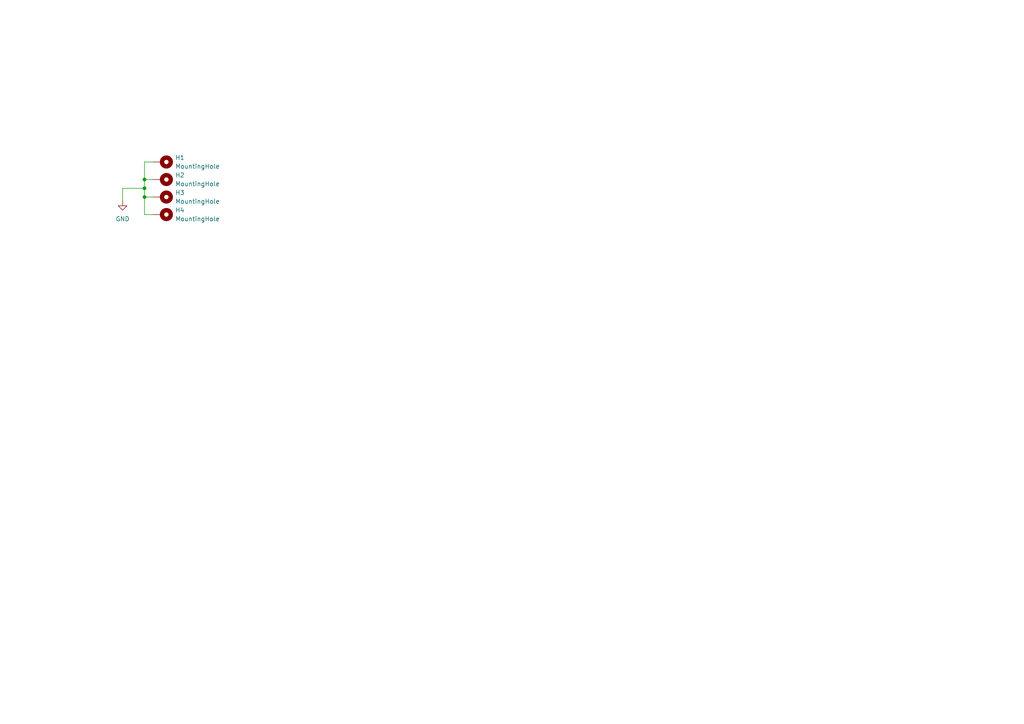
<source format=kicad_sch>
(kicad_sch (version 20211123) (generator eeschema)
  (paper "A4")
  (lib_symbols
    (symbol "Mechanical:MountingHole_Pad" (pin_numbers hide) (pin_names (offset 1.016) hide)
      (property "Reference" "H" (at 0 6.35 0))
      (property "Value" "MountingHole_Pad" (at 0 4.445 0))
      (symbol "MountingHole_Pad_0_1"
        (circle (center 0 1.27) (radius 1.27) (stroke (width 1.27)))
      )
      (symbol "MountingHole_Pad_1_1"
        (pin input line (at 0 -2.54 90) (length 2.54) (name "1") (number "1"))
      )
    )
    (symbol "power:GND" (power) (pin_names (offset 0))
      (property "Value" "GND" (at 0 -3.81 0))
      (symbol "GND_0_1"
        (polyline (pts (xy 0 0) (xy 0 -1.27) (xy 1.27 -1.27) (xy 0 -2.54) (xy -1.27 -1.27) (xy 0 -1.27)))
      )
      (symbol "GND_1_1"
        (pin power_in line (at 0 0 270) (length 0) hide (name "GND") (number "1"))
      )
    )
  )
  (junction (at 41.91 57.15))
  (junction (at 41.91 52.07))
  (junction (at 41.91 54.61))
  (wire (pts (xy 41.91 54.61) (xy 35.56 54.61)))
  (wire (pts (xy 41.91 52.07) (xy 41.91 54.61)))
  (wire (pts (xy 41.91 54.61) (xy 41.91 57.15)))
  (wire (pts (xy 41.91 46.99) (xy 41.91 52.07)))
  (wire (pts (xy 41.91 62.23) (xy 44.45 62.23)))
  (wire (pts (xy 41.91 57.15) (xy 44.45 57.15)))
  (wire (pts (xy 41.91 57.15) (xy 41.91 62.23)))
  (wire (pts (xy 44.45 46.99) (xy 41.91 46.99)))
  (wire (pts (xy 35.56 54.61) (xy 35.56 58.42)))
  (wire (pts (xy 41.91 52.07) (xy 44.45 52.07)))
  (symbol (lib_id "Mechanical:MountingHole_Pad") (at 46.99 62.23 270) (unit 1)
    (property "Reference" "H4" (at 50.8 60.9599 90) (effects (justify left)))
    (property "Value" "MountingHole" (at 50.8 63.4999 90) (effects (justify left)))
    (property "Footprint" "MountingHole:MountingHole_3.2mm_M3_Pad_Via" (effects hide))
  )
  (symbol (lib_id "Mechanical:MountingHole_Pad") (at 46.99 52.07 270) (unit 1)
    (property "Reference" "H2" (at 50.8 50.7999 90) (effects (justify left)))
    (property "Value" "MountingHole" (at 50.8 53.3399 90) (effects (justify left)))
    (property "Footprint" "MountingHole:MountingHole_3.2mm_M3_Pad_Via" (effects hide))
  )
  (symbol (lib_id "power:GND") (at 35.56 58.42 0) (unit 1)
    (property "Reference" "#PWR0101" (effects hide))
    (property "Value" "GND" (at 35.56 63.5 0))
  )
  (symbol (lib_id "Mechanical:MountingHole_Pad") (at 46.99 57.15 270) (unit 1)
    (property "Reference" "H3" (at 50.8 55.8799 90) (effects (justify left)))
    (property "Value" "MountingHole" (at 50.8 58.4199 90) (effects (justify left)))
    (property "Footprint" "MountingHole:MountingHole_3.2mm_M3_Pad_Via" (effects hide))
  )
  (symbol (lib_id "Mechanical:MountingHole_Pad") (at 46.99 46.99 270) (unit 1)
    (property "Reference" "H1" (at 50.8 45.7199 90) (effects (justify left)))
    (property "Value" "MountingHole" (at 50.8 48.2599 90) (effects (justify left)))
    (property "Footprint" "MountingHole:MountingHole_3.2mm_M3_Pad_Via" (effects hide))
  )
)
</source>
